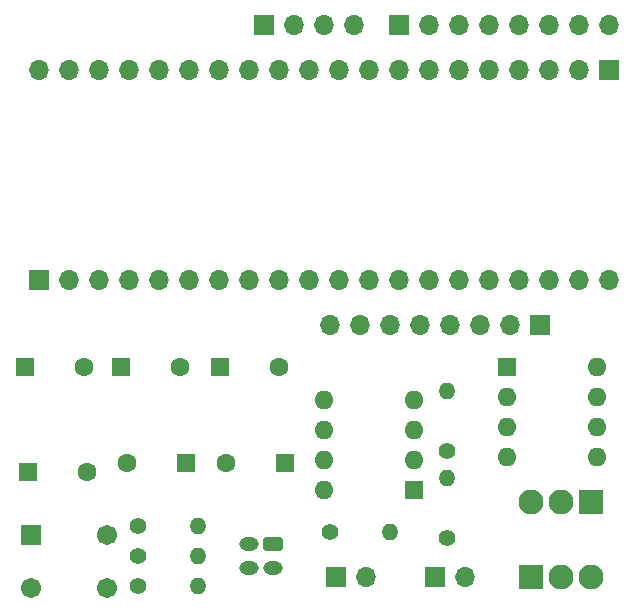
<source format=gbr>
%TF.GenerationSoftware,KiCad,Pcbnew,7.0.7*%
%TF.CreationDate,2023-10-24T13:34:15-04:00*%
%TF.ProjectId,Capstone-board-car,43617073-746f-46e6-952d-626f6172642d,rev?*%
%TF.SameCoordinates,Original*%
%TF.FileFunction,Soldermask,Bot*%
%TF.FilePolarity,Negative*%
%FSLAX46Y46*%
G04 Gerber Fmt 4.6, Leading zero omitted, Abs format (unit mm)*
G04 Created by KiCad (PCBNEW 7.0.7) date 2023-10-24 13:34:15*
%MOMM*%
%LPD*%
G01*
G04 APERTURE LIST*
G04 Aperture macros list*
%AMRoundRect*
0 Rectangle with rounded corners*
0 $1 Rounding radius*
0 $2 $3 $4 $5 $6 $7 $8 $9 X,Y pos of 4 corners*
0 Add a 4 corners polygon primitive as box body*
4,1,4,$2,$3,$4,$5,$6,$7,$8,$9,$2,$3,0*
0 Add four circle primitives for the rounded corners*
1,1,$1+$1,$2,$3*
1,1,$1+$1,$4,$5*
1,1,$1+$1,$6,$7*
1,1,$1+$1,$8,$9*
0 Add four rect primitives between the rounded corners*
20,1,$1+$1,$2,$3,$4,$5,0*
20,1,$1+$1,$4,$5,$6,$7,0*
20,1,$1+$1,$6,$7,$8,$9,0*
20,1,$1+$1,$8,$9,$2,$3,0*%
G04 Aperture macros list end*
%ADD10R,1.700000X1.700000*%
%ADD11O,1.700000X1.700000*%
%ADD12R,1.600000X1.600000*%
%ADD13C,1.600000*%
%ADD14C,1.400000*%
%ADD15O,1.400000X1.400000*%
%ADD16RoundRect,0.102000X0.955000X0.955000X-0.955000X0.955000X-0.955000X-0.955000X0.955000X-0.955000X0*%
%ADD17C,2.114000*%
%ADD18O,1.600000X1.600000*%
%ADD19RoundRect,0.102000X-0.754000X-0.754000X0.754000X-0.754000X0.754000X0.754000X-0.754000X0.754000X0*%
%ADD20C,1.712000*%
%ADD21RoundRect,0.250000X-0.575000X0.350000X-0.575000X-0.350000X0.575000X-0.350000X0.575000X0.350000X0*%
%ADD22O,1.650000X1.200000*%
%ADD23RoundRect,0.102000X-0.955000X-0.955000X0.955000X-0.955000X0.955000X0.955000X-0.955000X0.955000X0*%
G04 APERTURE END LIST*
D10*
%TO.C,J1*%
X87630000Y-77978000D03*
D11*
X85090000Y-77978000D03*
X82550000Y-77978000D03*
X80010000Y-77978000D03*
X77470000Y-77978000D03*
X74930000Y-77978000D03*
X72390000Y-77978000D03*
X69850000Y-77978000D03*
X67310000Y-77978000D03*
X64770000Y-77978000D03*
X62230000Y-77978000D03*
X59690000Y-77978000D03*
X57150000Y-77978000D03*
X54610000Y-77978000D03*
X52070000Y-77978000D03*
X49530000Y-77978000D03*
X46990000Y-77978000D03*
X44450000Y-77978000D03*
X41910000Y-77978000D03*
X39370000Y-77978000D03*
%TD*%
D12*
%TO.C,C5*%
X38140000Y-103124000D03*
D13*
X43140000Y-103124000D03*
%TD*%
D14*
%TO.C,R1*%
X47752000Y-119126000D03*
D15*
X52832000Y-119126000D03*
%TD*%
D12*
%TO.C,C6*%
X54690000Y-103124000D03*
D13*
X59690000Y-103124000D03*
%TD*%
D16*
%TO.C,U3*%
X86116000Y-114554000D03*
D17*
X83566000Y-114554000D03*
X81016000Y-114554000D03*
%TD*%
D14*
%TO.C,R2*%
X47752000Y-116586000D03*
D15*
X52832000Y-116586000D03*
%TD*%
D12*
%TO.C,U1*%
X79010000Y-103150000D03*
D18*
X79010000Y-105690000D03*
X79010000Y-108230000D03*
X79010000Y-110770000D03*
X86630000Y-110770000D03*
X86630000Y-108230000D03*
X86630000Y-105690000D03*
X86630000Y-103150000D03*
%TD*%
D14*
%TO.C,R6*%
X73914000Y-110236000D03*
D15*
X73914000Y-105156000D03*
%TD*%
D14*
%TO.C,R3*%
X47752000Y-121666000D03*
D15*
X52832000Y-121666000D03*
%TD*%
D12*
%TO.C,U2*%
X71110000Y-113528000D03*
D18*
X71110000Y-110988000D03*
X71110000Y-108448000D03*
X71110000Y-105908000D03*
X63490000Y-105908000D03*
X63490000Y-108448000D03*
X63490000Y-110988000D03*
X63490000Y-113528000D03*
%TD*%
D10*
%TO.C,BT2*%
X72898000Y-120904000D03*
D11*
X75438000Y-120904000D03*
%TD*%
D19*
%TO.C,S1*%
X38660000Y-117384000D03*
D20*
X45160000Y-117384000D03*
X38660000Y-121884000D03*
X45160000Y-121884000D03*
%TD*%
D12*
%TO.C,C2*%
X46308000Y-103124000D03*
D13*
X51308000Y-103124000D03*
%TD*%
D10*
%TO.C,J4*%
X81778000Y-99558000D03*
D11*
X79238000Y-99558000D03*
X76698000Y-99558000D03*
X74158000Y-99558000D03*
X71618000Y-99558000D03*
X69078000Y-99558000D03*
X66538000Y-99558000D03*
X63998000Y-99558000D03*
%TD*%
D21*
%TO.C,BT1*%
X59182000Y-118142000D03*
D22*
X57182000Y-118142000D03*
X59182000Y-120142000D03*
X57182000Y-120142000D03*
%TD*%
D23*
%TO.C,U4*%
X81016000Y-120904000D03*
D17*
X83566000Y-120904000D03*
X86116000Y-120904000D03*
%TD*%
D12*
%TO.C,C1*%
X38434000Y-112014000D03*
D13*
X43434000Y-112014000D03*
%TD*%
D10*
%TO.C,J5*%
X64516000Y-120904000D03*
D11*
X67056000Y-120904000D03*
%TD*%
D12*
%TO.C,C4*%
X60158000Y-111252000D03*
D13*
X55158000Y-111252000D03*
%TD*%
D10*
%TO.C,J3*%
X58430000Y-74168000D03*
D11*
X60970000Y-74168000D03*
X63510000Y-74168000D03*
X66050000Y-74168000D03*
%TD*%
D10*
%TO.C,J2*%
X39370000Y-95758000D03*
D11*
X41910000Y-95758000D03*
X44450000Y-95758000D03*
X46990000Y-95758000D03*
X49530000Y-95758000D03*
X52070000Y-95758000D03*
X54610000Y-95758000D03*
X57150000Y-95758000D03*
X59690000Y-95758000D03*
X62230000Y-95758000D03*
X64770000Y-95758000D03*
X67310000Y-95758000D03*
X69850000Y-95758000D03*
X72390000Y-95758000D03*
X74930000Y-95758000D03*
X77470000Y-95758000D03*
X80010000Y-95758000D03*
X82550000Y-95758000D03*
X85090000Y-95758000D03*
X87630000Y-95758000D03*
%TD*%
D14*
%TO.C,R4*%
X73914000Y-117602000D03*
D15*
X73914000Y-112522000D03*
%TD*%
D14*
%TO.C,R5*%
X64008000Y-117094000D03*
D15*
X69088000Y-117094000D03*
%TD*%
D10*
%TO.C,J6*%
X69850000Y-74168000D03*
D11*
X72390000Y-74168000D03*
X74930000Y-74168000D03*
X77470000Y-74168000D03*
X80010000Y-74168000D03*
X82550000Y-74168000D03*
X85090000Y-74168000D03*
X87630000Y-74168000D03*
%TD*%
D12*
%TO.C,C3*%
X51816000Y-111252000D03*
D13*
X46816000Y-111252000D03*
%TD*%
M02*

</source>
